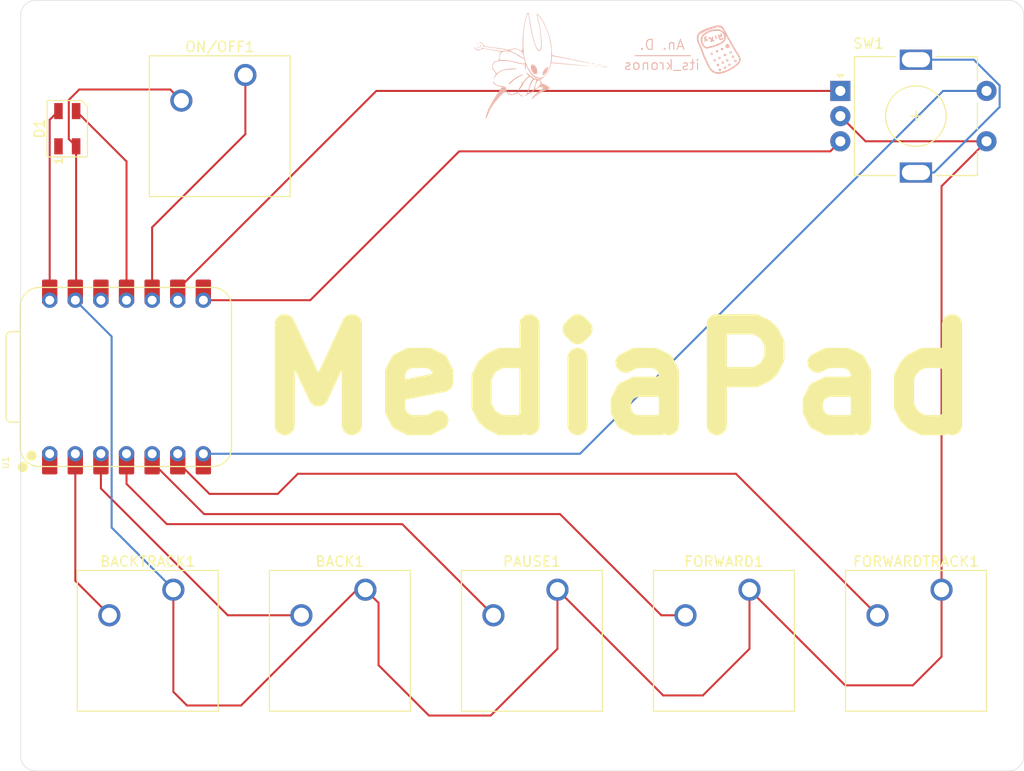
<source format=kicad_pcb>
(kicad_pcb (version 20241229) (generator "pcbnew") (generator_version "9.0")
  (layers (0 "F.Cu" signal) (2 "B.Cu" signal) (13 "F.Paste" user) (15 "B.Paste" user) (5 "F.SilkS" user "F.Silkscreen") (7 "B.SilkS" user "B.Silkscreen") (1 "F.Mask" user) (3 "B.Mask" user) (25 "Edge.Cuts" user))
  (net 0 "")
  (net 1 "Net-(U1-GPIO28{slash}ADC2{slash}A2)")
  (net 2 "GND")
  (net 3 "Net-(U1-GPIO27{slash}ADC1{slash}A1)")
  (net 4 "+5V")
  (net 6 "Net-(D1-DIN)")
  (net 7 "Net-(U1-GPIO6{slash}SDA)")
  (net 8 "Net-(U1-GPIO7{slash}SCL)")
  (net 9 "Net-(U1-GPIO4{slash}MISO)")
  (net 10 "Net-(U1-GPIO29{slash}ADC3{slash}A3)")
  (net 11 "Net-(U1-GPIO0{slash}TX)")
  (net 12 "Net-(U1-GPIO1{slash}RX)")
  (net 13 "Net-(U1-GPIO2{slash}SCK)")
  (net 16 "unconnected-(SW1-PadMP)")
  (footprint "Button_Switch_Keyboard:SW_Cherry_MX_1.00u_PCB" (layer "F.Cu") (at 109.69625 123.5075)
    (property "Reference" "BACK1" (at -2.54 -2.794 0) (layer "F.SilkS"))
    (property "Value" "SW_Push")
    (pad "" np_thru_hole circle (at -7.62 5.08) (size 1.7 1.7) (drill 1.7) (layers "*.Cu" "*.Mask"))
    (pad "" np_thru_hole circle (at -2.54 5.08) (size 4 4) (drill 4) (layers "*.Cu" "*.Mask"))
    (pad "" np_thru_hole circle (at 2.54 5.08) (size 1.7 1.7) (drill 1.7) (layers "*.Cu" "*.Mask"))
    (pad "1" thru_hole circle (at 0 0) (size 2.2 2.2) (drill 1.5) (layers "*.Cu" "*.Mask") (net 2 "GND"))
    (pad "2" thru_hole circle (at -6.35 2.54) (size 2.2 2.2) (drill 1.5) (layers "*.Cu" "*.Mask") (net 1 "Net-(U1-GPIO28{slash}ADC2{slash}A2)"))
  )
  (footprint "Rotary_Encoder:RotaryEncoder_Alps_EC11E-Switch_Vertical_H20mm" (layer "F.Cu") (at 156.80625 74)
    (property "Reference" "SW1" (at 2.8 -4.7 0) (layer "F.SilkS"))
    (property "Value" "RotaryEncoder_Switch_MP")
    (pad "A" thru_hole rect (at 0 0) (size 2 2) (drill 1) (layers "*.Cu" "*.Mask") (net 13 "Net-(U1-GPIO2{slash}SCK)"))
    (pad "B" thru_hole circle (at 0 5) (size 2 2) (drill 1) (layers "*.Cu" "*.Mask") (net 12 "Net-(U1-GPIO1{slash}RX)"))
    (pad "C" thru_hole circle (at 0 2.5) (size 2 2) (drill 1) (layers "*.Cu" "*.Mask") (net 2 "GND"))
    (pad "MP" thru_hole rect (at 7.5 -3.1) (size 3.2 2) (drill oval 2.8 1.5) (layers "*.Cu" "*.Mask") (net 16 "unconnected-(SW1-PadMP)"))
    (pad "MP" thru_hole rect (at 7.5 8.1) (size 3.2 2) (drill oval 2.8 1.5) (layers "*.Cu" "*.Mask") (net 16 "unconnected-(SW1-PadMP)"))
    (pad "S1" thru_hole circle (at 14.5 5) (size 2 2) (drill 1) (layers "*.Cu" "*.Mask") (net 2 "GND"))
    (pad "S2" thru_hole circle (at 14.5 0) (size 2 2) (drill 1) (layers "*.Cu" "*.Mask") (net 11 "Net-(U1-GPIO0{slash}TX)"))
  )
  (footprint "Button_Switch_Keyboard:SW_Cherry_MX_1.00u_PCB" (layer "F.Cu") (at 166.84625 123.5075)
    (property "Reference" "FORWARDTRACK1" (at -2.54 -2.794 0) (layer "F.SilkS"))
    (property "Value" "SW_Push")
    (pad "" np_thru_hole circle (at -7.62 5.08) (size 1.7 1.7) (drill 1.7) (layers "*.Cu" "*.Mask"))
    (pad "" np_thru_hole circle (at -2.54 5.08) (size 4 4) (drill 4) (layers "*.Cu" "*.Mask"))
    (pad "" np_thru_hole circle (at 2.54 5.08) (size 1.7 1.7) (drill 1.7) (layers "*.Cu" "*.Mask"))
    (pad "1" thru_hole circle (at 0 0) (size 2.2 2.2) (drill 1.5) (layers "*.Cu" "*.Mask") (net 2 "GND"))
    (pad "2" thru_hole circle (at -6.35 2.54) (size 2.2 2.2) (drill 1.5) (layers "*.Cu" "*.Mask") (net 8 "Net-(U1-GPIO7{slash}SCL)"))
  )
  (footprint "Seeed OPL XIAO:XIAO-RP2040-DIP" (layer "F.Cu") (at 86 102.39375 90)
    (property "Reference" "U1" (at -8.5 -12 90) (layer "F.SilkS") (effects (font (size 0.635 0.635) (thickness 0.1016))))
    (property "Value" "XIAO-RP2040-DIP")
    (pad "1" smd roundrect (at -8.455 -7.62 270) (size 2.432 1.524) (layers "F.Cu" "F.Mask") (roundrect_rratio 0.1))
    (pad "1" thru_hole circle (at -7.62 -7.62 270) (size 1.524 1.524) (drill 0.889) (layers "*.Cu" "*.Mask"))
    (pad "2" smd roundrect (at -8.455 -5.08 270) (size 2.432 1.524) (layers "F.Cu" "F.Mask") (roundrect_rratio 0.1) (net 3 "Net-(U1-GPIO27{slash}ADC1{slash}A1)"))
    (pad "2" thru_hole circle (at -7.62 -5.08 270) (size 1.524 1.524) (drill 0.889) (layers "*.Cu" "*.Mask") (net 3 "Net-(U1-GPIO27{slash}ADC1{slash}A1)"))
    (pad "3" smd roundrect (at -8.455 -2.54 270) (size 2.432 1.524) (layers "F.Cu" "F.Mask") (roundrect_rratio 0.1) (net 1 "Net-(U1-GPIO28{slash}ADC2{slash}A2)"))
    (pad "3" thru_hole circle (at -7.62 -2.54 270) (size 1.524 1.524) (drill 0.889) (layers "*.Cu" "*.Mask") (net 1 "Net-(U1-GPIO28{slash}ADC2{slash}A2)"))
    (pad "4" smd roundrect (at -8.455 0 270) (size 2.432 1.524) (layers "F.Cu" "F.Mask") (roundrect_rratio 0.1) (net 10 "Net-(U1-GPIO29{slash}ADC3{slash}A3)"))
    (pad "4" thru_hole circle (at -7.62 0 270) (size 1.524 1.524) (drill 0.889) (layers "*.Cu" "*.Mask") (net 10 "Net-(U1-GPIO29{slash}ADC3{slash}A3)"))
    (pad "5" smd roundrect (at -8.455 2.54 270) (size 2.432 1.524) (layers "F.Cu" "F.Mask") (roundrect_rratio 0.1) (net 7 "Net-(U1-GPIO6{slash}SDA)"))
    (pad "5" thru_hole circle (at -7.62 2.54 270) (size 1.524 1.524) (drill 0.889) (layers "*.Cu" "*.Mask") (net 7 "Net-(U1-GPIO6{slash}SDA)"))
    (pad "6" smd roundrect (at -8.455 5.08 270) (size 2.432 1.524) (layers "F.Cu" "F.Mask") (roundrect_rratio 0.1) (net 8 "Net-(U1-GPIO7{slash}SCL)"))
    (pad "6" thru_hole circle (at -7.62 5.08 270) (size 1.524 1.524) (drill 0.889) (layers "*.Cu" "*.Mask") (net 8 "Net-(U1-GPIO7{slash}SCL)"))
    (pad "7" smd roundrect (at -8.455 7.62 270) (size 2.432 1.524) (layers "F.Cu" "F.Mask") (roundrect_rratio 0.1) (net 11 "Net-(U1-GPIO0{slash}TX)"))
    (pad "7" thru_hole circle (at -7.62 7.62 270) (size 1.524 1.524) (drill 0.889) (layers "*.Cu" "*.Mask") (net 11 "Net-(U1-GPIO0{slash}TX)"))
    (pad "8" thru_hole circle (at 7.62 7.62 90) (size 1.524 1.524) (drill 0.889) (layers "*.Cu" "*.Mask") (net 12 "Net-(U1-GPIO1{slash}RX)"))
    (pad "8" smd roundrect (at 8.455 7.62 90) (size 2.432 1.524) (layers "F.Cu" "F.Mask") (roundrect_rratio 0.1) (net 12 "Net-(U1-GPIO1{slash}RX)"))
    (pad "9" thru_hole circle (at 7.62 5.08 90) (size 1.524 1.524) (drill 0.889) (layers "*.Cu" "*.Mask") (net 13 "Net-(U1-GPIO2{slash}SCK)"))
    (pad "9" smd roundrect (at 8.455 5.08 90) (size 2.432 1.524) (layers "F.Cu" "F.Mask") (roundrect_rratio 0.1) (net 13 "Net-(U1-GPIO2{slash}SCK)"))
    (pad "10" thru_hole circle (at 7.62 2.54 90) (size 1.524 1.524) (drill 0.889) (layers "*.Cu" "*.Mask") (net 9 "Net-(U1-GPIO4{slash}MISO)"))
    (pad "10" smd roundrect (at 8.455 2.54 90) (size 2.432 1.524) (layers "F.Cu" "F.Mask") (roundrect_rratio 0.1) (net 9 "Net-(U1-GPIO4{slash}MISO)"))
    (pad "11" thru_hole circle (at 7.62 0 90) (size 1.524 1.524) (drill 0.889) (layers "*.Cu" "*.Mask") (net 6 "Net-(D1-DIN)"))
    (pad "11" smd roundrect (at 8.455 0 90) (size 2.432 1.524) (layers "F.Cu" "F.Mask") (roundrect_rratio 0.1) (net 6 "Net-(D1-DIN)"))
    (pad "12" thru_hole circle (at 7.62 -2.54 90) (size 1.524 1.524) (drill 0.889) (layers "*.Cu" "*.Mask"))
    (pad "12" smd roundrect (at 8.455 -2.54 90) (size 2.432 1.524) (layers "F.Cu" "F.Mask") (roundrect_rratio 0.1))
    (pad "13" thru_hole circle (at 7.62 -5.08 90) (size 1.524 1.524) (drill 0.889) (layers "*.Cu" "*.Mask") (net 2 "GND"))
    (pad "13" smd roundrect (at 8.455 -5.08 90) (size 2.432 1.524) (layers "F.Cu" "F.Mask") (roundrect_rratio 0.1) (net 2 "GND"))
    (pad "14" thru_hole circle (at 7.62 -7.62 90) (size 1.524 1.524) (drill 0.889) (layers "*.Cu" "*.Mask") (net 4 "+5V"))
    (pad "14" smd roundrect (at 8.455 -7.62 90) (size 2.432 1.524) (layers "F.Cu" "F.Mask") (roundrect_rratio 0.1) (net 4 "+5V"))
  )
  (footprint "Button_Switch_Keyboard:SW_Cherry_MX_1.00u_PCB" (layer "F.Cu") (at 147.79625 123.5075)
    (property "Reference" "FORWARD1" (at -2.54 -2.794 0) (layer "F.SilkS"))
    (property "Value" "SW_Push")
    (pad "" np_thru_hole circle (at -7.62 5.08) (size 1.7 1.7) (drill 1.7) (layers "*.Cu" "*.Mask"))
    (pad "" np_thru_hole circle (at -2.54 5.08) (size 4 4) (drill 4) (layers "*.Cu" "*.Mask"))
    (pad "" np_thru_hole circle (at 2.54 5.08) (size 1.7 1.7) (drill 1.7) (layers "*.Cu" "*.Mask"))
    (pad "1" thru_hole circle (at 0 0) (size 2.2 2.2) (drill 1.5) (layers "*.Cu" "*.Mask") (net 2 "GND"))
    (pad "2" thru_hole circle (at -6.35 2.54) (size 2.2 2.2) (drill 1.5) (layers "*.Cu" "*.Mask") (net 7 "Net-(U1-GPIO6{slash}SDA)"))
  )
  (footprint "Button_Switch_Keyboard:SW_Cherry_MX_1.00u_PCB" (layer "F.Cu") (at 97.79 72.42)
    (property "Reference" "ON/OFF1" (at -2.54 -2.794 0) (layer "F.SilkS"))
    (property "Value" "SW_Push")
    (pad "" np_thru_hole circle (at -7.62 5.08) (size 1.7 1.7) (drill 1.7) (layers "*.Cu" "*.Mask"))
    (pad "" np_thru_hole circle (at -2.54 5.08) (size 4 4) (drill 4) (layers "*.Cu" "*.Mask"))
    (pad "" np_thru_hole circle (at 2.54 5.08) (size 1.7 1.7) (drill 1.7) (layers "*.Cu" "*.Mask"))
    (pad "1" thru_hole circle (at 0 0) (size 2.2 2.2) (drill 1.5) (layers "*.Cu" "*.Mask") (net 9 "Net-(U1-GPIO4{slash}MISO)"))
    (pad "2" thru_hole circle (at -6.35 2.54) (size 2.2 2.2) (drill 1.5) (layers "*.Cu" "*.Mask") (net 2 "GND"))
  )
  (footprint "LED_SMD:LED_SK6812MINI_PLCC4_3.5x3.5mm_P1.75mm" (layer "F.Cu") (at 80.125 77.75 90)
    (property "Reference" "D1" (at 0 -2.75 90) (layer "F.SilkS"))
    (property "Value" "SK6812MINI")
    (fp_text user "1" (at -3.2 -0.875 90) (layer "F.SilkS") (effects (font (size 0.8 0.8))))
    (pad "1" smd rect (at -1.75 -0.875 90) (size 1.6 0.85) (layers "F.Cu" "F.Mask" "F.Paste"))
    (pad "2" smd rect (at -1.75 0.875 90) (size 1.6 0.85) (layers "F.Cu" "F.Mask" "F.Paste") (net 2 "GND"))
    (pad "3" smd rect (at 1.75 0.875 90) (size 1.6 0.85) (layers "F.Cu" "F.Mask" "F.Paste") (net 6 "Net-(D1-DIN)"))
    (pad "4" smd rect (at 1.75 -0.875 90) (size 1.6 0.85) (layers "F.Cu" "F.Mask" "F.Paste") (net 4 "+5V"))
  )
  (footprint "Button_Switch_Keyboard:SW_Cherry_MX_1.00u_PCB" (layer "F.Cu") (at 128.74625 123.5075)
    (property "Reference" "PAUSE1" (at -2.54 -2.794 0) (layer "F.SilkS"))
    (property "Value" "SW_Push")
    (pad "" np_thru_hole circle (at -7.62 5.08) (size 1.7 1.7) (drill 1.7) (layers "*.Cu" "*.Mask"))
    (pad "" np_thru_hole circle (at -2.54 5.08) (size 4 4) (drill 4) (layers "*.Cu" "*.Mask"))
    (pad "" np_thru_hole circle (at 2.54 5.08) (size 1.7 1.7) (drill 1.7) (layers "*.Cu" "*.Mask"))
    (pad "1" thru_hole circle (at 0 0) (size 2.2 2.2) (drill 1.5) (layers "*.Cu" "*.Mask") (net 2 "GND"))
    (pad "2" thru_hole circle (at -6.35 2.54) (size 2.2 2.2) (drill 1.5) (layers "*.Cu" "*.Mask") (net 10 "Net-(U1-GPIO29{slash}ADC3{slash}A3)"))
  )
  (footprint "Button_Switch_Keyboard:SW_Cherry_MX_1.00u_PCB" (layer "F.Cu") (at 90.64625 123.5075)
    (property "Reference" "BACKTRACK1" (at -2.54 -2.794 0) (layer "F.SilkS"))
    (property "Value" "SW_Push")
    (pad "" np_thru_hole circle (at -7.62 5.08) (size 1.7 1.7) (drill 1.7) (layers "*.Cu" "*.Mask"))
    (pad "" np_thru_hole circle (at -2.54 5.08) (size 4 4) (drill 4) (layers "*.Cu" "*.Mask"))
    (pad "" np_thru_hole circle (at 2.54 5.08) (size 1.7 1.7) (drill 1.7) (layers "*.Cu" "*.Mask"))
    (pad "1" thru_hole circle (at 0 0) (size 2.2 2.2) (drill 1.5) (layers "*.Cu" "*.Mask") (net 2 "GND"))
    (pad "2" thru_hole circle (at -6.35 2.54) (size 2.2 2.2) (drill 1.5) (layers "*.Cu" "*.Mask") (net 3 "Net-(U1-GPIO27{slash}ADC1{slash}A1)"))
  )
  (footprint "LOGO" (layer "B.Cu") (at 144.946126 70 180)
    (property "Reference" "G***" (hide yes))
    (property "Value" "LOGO" (hide yes))
  )
  (footprint "LOGO" (layer "B.Cu") (at 126.446126 71.5 180)
    (property "Reference" "G***" (hide yes))
    (property "Value" "LOGO" (hide yes))
  )
  (gr_line (start 141.946126 70.5) (end 136.446126 70.5) (stroke (width 0.1)) (layer "B.SilkS"))
  (gr_line (start 75.5 102) (end 75.5 140) (stroke (width 0.05)) (layer "Edge.Cuts"))
  (gr_line (start 175 66.5) (end 175 140) (stroke (width 0.05)) (layer "Edge.Cuts"))
  (gr_arc (start 173.5 65) (mid 174.56066 65.43934) (end 175 66.5) (stroke (width 0.05)) (layer "Edge.Cuts"))
  (gr_line (start 75.5 102) (end 75.5 66.5) (stroke (width 0.05)) (layer "Edge.Cuts"))
  (gr_arc (start 75.5 66.5) (mid 75.93934 65.43934) (end 77 65) (stroke (width 0.05)) (layer "Edge.Cuts"))
  (gr_line (start 77 65) (end 173.5 65) (stroke (width 0.05)) (layer "Edge.Cuts"))
  (gr_line (start 173.5 141.5) (end 77 141.5) (stroke (width 0.05)) (layer "Edge.Cuts"))
  (gr_arc (start 77 141.5) (mid 75.93934 141.06066) (end 75.5 140) (stroke (width 0.05)) (layer "Edge.Cuts"))
  (gr_arc (start 175 140) (mid 174.56066 141.06066) (end 173.5 141.5) (stroke (width 0.05)) (layer "Edge.Cuts"))
  (gr_text "MediaPad" (at 98 108.5 0) (layer "F.SilkS") (effects (font (size 10 10) (thickness 2) (bold yes)) (justify left bottom)))
  (gr_text "An. D." (at 141.446126 70 -0) (layer "B.SilkS") (effects (font (size 1 1) (thickness 0.1)) (justify left bottom mirror)))
  (gr_text "its_kronos" (at 142.946126 72 -0) (layer "B.SilkS") (effects (font (size 1 1) (thickness 0.1)) (justify left bottom mirror)))
  (segment (start 103.34625 126.0475) (end 96.0475 126.0475) (width 0.2) (layer "F.Cu") (net 1))
  (segment (start 96.0475 126.0475) (end 83.46 113.46) (width 0.2) (layer "F.Cu") (net 1))
  (segment (start 83.46 113.46) (end 83.46 110.01375) (width 0.2) (layer "F.Cu") (net 1))
  (segment (start 80.274 78.774) (end 80.274 74.899) (width 0.2) (layer "F.Cu") (net 2))
  (segment (start 90.340001 73.860001) (end 91.44 74.96) (width 0.2) (layer "F.Cu") (net 2))
  (segment (start 147.79625 129.372316) (end 143.168566 134) (width 0.2) (layer "F.Cu") (net 2))
  (segment (start 164 133) (end 157.28875 133) (width 0.2) (layer "F.Cu") (net 2))
  (segment (start 166.84625 83.46) (end 166.84625 123.5075) (width 0.2) (layer "F.Cu") (net 2))
  (segment (start 108.85472 123.5075) (end 97.36222 135) (width 0.2) (layer "F.Cu") (net 2))
  (segment (start 128.74625 129.372316) (end 122.118566 136) (width 0.2) (layer "F.Cu") (net 2))
  (segment (start 156.80625 76.5) (end 159.30625 79) (width 0.2) (layer "F.Cu") (net 2))
  (segment (start 80.274 74.899) (end 81.312999 73.860001) (width 0.2) (layer "F.Cu") (net 2))
  (segment (start 81.312999 73.860001) (end 90.340001 73.860001) (width 0.2) (layer "F.Cu") (net 2))
  (segment (start 128.74625 123.5075) (end 128.74625 129.372316) (width 0.2) (layer "F.Cu") (net 2))
  (segment (start 171.30625 79) (end 166.84625 83.46) (width 0.2) (layer "F.Cu") (net 2))
  (segment (start 159.30625 79) (end 171.30625 79) (width 0.2) (layer "F.Cu") (net 2))
  (segment (start 122.118566 136) (end 116 136) (width 0.2) (layer "F.Cu") (net 2))
  (segment (start 81 79.5) (end 81 94.69375) (width 0.2) (layer "F.Cu") (net 2))
  (segment (start 90.64625 133.64625) (end 90.64625 123.46) (width 0.2) (layer "F.Cu") (net 2))
  (segment (start 143.168566 134) (end 139.23875 134) (width 0.2) (layer "F.Cu") (net 2))
  (segment (start 166.84625 130.15375) (end 164 133) (width 0.2) (layer "F.Cu") (net 2))
  (segment (start 139.23875 134) (end 128.74625 123.5075) (width 0.2) (layer "F.Cu") (net 2))
  (segment (start 92 135) (end 90.64625 133.64625) (width 0.2) (layer "F.Cu") (net 2))
  (segment (start 109.69625 123.5075) (end 108.85472 123.5075) (width 0.2) (layer "F.Cu") (net 2))
  (segment (start 147.79625 123.5075) (end 147.79625 129.372316) (width 0.2) (layer "F.Cu") (net 2))
  (segment (start 81 94.69375) (end 80.92 94.77375) (width 0.2) (layer "F.Cu") (net 2))
  (segment (start 157.28875 133) (end 147.79625 123.5075) (width 0.2) (layer "F.Cu") (net 2))
  (segment (start 116 136) (end 111 131) (width 0.2) (layer "F.Cu") (net 2))
  (segment (start 111 124.81125) (end 109.69625 123.5075) (width 0.2) (layer "F.Cu") (net 2))
  (segment (start 81 79.5) (end 80.274 78.774) (width 0.2) (layer "F.Cu") (net 2))
  (segment (start 111 131) (end 111 124.81125) (width 0.2) (layer "F.Cu") (net 2))
  (segment (start 97.36222 135) (end 92 135) (width 0.2) (layer "F.Cu") (net 2))
  (segment (start 166.84625 123.5075) (end 166.84625 130.15375) (width 0.2) (layer "F.Cu") (net 2))
  (segment (start 84.523 117.33675) (end 90.64625 123.46) (width 0.2) (layer "B.Cu") (net 2))
  (segment (start 80.92 94.77375) (end 84.523 98.37675) (width 0.2) (layer "B.Cu") (net 2))
  (segment (start 84.523 98.37675) (end 84.523 117.33675) (width 0.2) (layer "B.Cu") (net 2))
  (segment (start 80.92 122.62375) (end 80.92 110.01375) (width 0.2) (layer "F.Cu") (net 3))
  (segment (start 84.29625 126) (end 80.92 122.62375) (width 0.2) (layer "F.Cu") (net 3))
  (segment (start 78.38 76.87) (end 78.38 94.77375) (width 0.2) (layer "F.Cu") (net 4))
  (segment (start 79.25 76) (end 78.38 76.87) (width 0.2) (layer "F.Cu") (net 4))
  (segment (start 81 76) (end 86 81) (width 0.2) (layer "F.Cu") (net 6))
  (segment (start 86 81) (end 86 94.77375) (width 0.2) (layer "F.Cu") (net 6))
  (segment (start 139.0475 126.0475) (end 129 116) (width 0.2) (layer "F.Cu") (net 7))
  (segment (start 141.44625 126.0475) (end 139.0475 126.0475) (width 0.2) (layer "F.Cu") (net 7))
  (segment (start 93.69125 116) (end 88.54 110.84875) (width 0.2) (layer "F.Cu") (net 7))
  (segment (start 129 116) (end 93.69125 116) (width 0.2) (layer "F.Cu") (net 7))
  (segment (start 103 112) (end 101 114) (width 0.2) (layer "F.Cu") (net 8))
  (segment (start 101 114) (end 94.23125 114) (width 0.2) (layer "F.Cu") (net 8))
  (segment (start 94.23125 114) (end 91.08 110.84875) (width 0.2) (layer "F.Cu") (net 8))
  (segment (start 160.49625 126.0475) (end 146.44875 112) (width 0.2) (layer "F.Cu") (net 8))
  (segment (start 146.44875 112) (end 103 112) (width 0.2) (layer "F.Cu") (net 8))
  (segment (start 97.79 72.42) (end 97.79 78.284816) (width 0.2) (layer "F.Cu") (net 9))
  (segment (start 97.79 78.284816) (end 88.54 87.534816) (width 0.2) (layer "F.Cu") (net 9))
  (segment (start 88.54 87.534816) (end 88.54 94.77375) (width 0.2) (layer "F.Cu") (net 9))
  (segment (start 122.39625 126.0475) (end 113.34875 117) (width 0.2) (layer "F.Cu") (net 10))
  (segment (start 90 117) (end 86 113) (width 0.2) (layer "F.Cu") (net 10))
  (segment (start 86 113) (end 86 110.84875) (width 0.2) (layer "F.Cu") (net 10))
  (segment (start 113.34875 117) (end 90 117) (width 0.2) (layer "F.Cu") (net 10))
  (segment (start 167 74) (end 130.98625 110.01375) (width 0.2) (layer "B.Cu") (net 11))
  (segment (start 171.30625 74) (end 167 74) (width 0.2) (layer "B.Cu") (net 11))
  (segment (start 130.98625 110.01375) (end 93.62 110.01375) (width 0.2) (layer "B.Cu") (net 11))
  (segment (start 119 80) (end 104.22625 94.77375) (width 0.2) (layer "F.Cu") (net 12))
  (segment (start 155.80625 80) (end 119 80) (width 0.2) (layer "F.Cu") (net 12))
  (segment (start 104.22625 94.77375) (end 93.62 94.77375) (width 0.2) (layer "F.Cu") (net 12))
  (segment (start 156.80625 79) (end 155.80625 80) (width 0.2) (layer "F.Cu") (net 12))
  (segment (start 91.08 93.69612) (end 110.77612 74) (width 0.2) (layer "F.Cu") (net 13))
  (segment (start 91.08 94.77375) (end 91.08 93.69612) (width 0.2) (layer "F.Cu") (net 13))
  (segment (start 110.77612 74) (end 156.80625 74) (width 0.2) (layer "F.Cu") (net 13))
  (segment (start 166.10625 82.1) (end 164.30625 82.1) (width 0.2) (layer "B.Cu") (net 16))
  (segment (start 172.60725 73.461108) (end 172.60725 75.599) (width 0.2) (layer "B.Cu") (net 16))
  (segment (start 164.30625 70.9) (end 170.046142 70.9) (width 0.2) (layer "B.Cu") (net 16))
  (segment (start 172.60725 75.599) (end 166.10625 82.1) (width 0.2) (layer "B.Cu") (net 16))
  (segment (start 170.046142 70.9) (end 172.60725 73.461108) (width 0.2) (layer "B.Cu") (net 16))
)
</source>
